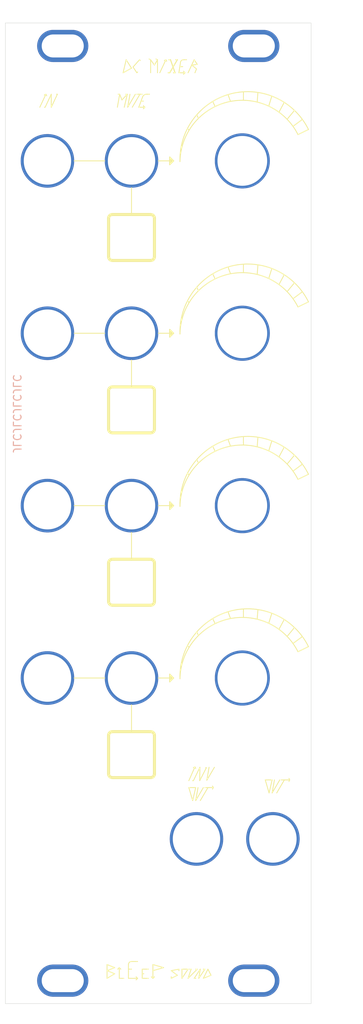
<source format=kicad_pcb>
(kicad_pcb (version 20211014) (generator pcbnew)
  (layers (0 "F.Cu" signal) (31 "B.Cu" signal) (34 "B.Paste" user) (35 "F.Paste" user) (36 "B.SilkS" user "B.Silkscreen") (37 "F.SilkS" user "F.Silkscreen") (38 "B.Mask" user) (39 "F.Mask" user) (44 "Edge.Cuts" user))
  (net 0 "")
  (footprint "Synth:Doepfer Mounting hole" (layer "F.Cu") (at 79.5 147)
    (fp_text reference "H1" hide)
    (fp_text value "MountingHole")
    (pad "1" thru_hole oval locked (at 0 0) (size 6.7 4.2) (drill oval 5.5 3) (layers *.Cu *.Mask))
  )
  (footprint "Synth:Doepfer Mounting hole" (layer "F.Cu") (at 79.5 25)
    (fp_text reference "H4" hide)
    (fp_text value "MountingHole")
    (pad "1" thru_hole oval locked (at 0 0) (size 6.7 4.2) (drill oval 5.5 3) (layers *.Cu *.Mask))
  )
  (footprint "Synth:Doepfer Mounting hole" (layer "F.Cu") (at 104.5 147)
    (fp_text reference "H3" hide)
    (fp_text value "MountingHole")
    (pad "1" thru_hole oval locked (at 0 0) (size 6.7 4.2) (drill oval 5.5 3) (layers *.Cu *.Mask))
  )
  (footprint "Synth:Doepfer Mounting hole" (layer "F.Cu") (at 104.5 25)
    (fp_text reference "H2" hide)
    (fp_text value "MountingHole")
    (pad "1" thru_hole oval locked (at 0 0) (size 6.7 4.2) (drill oval 5.5 3) (layers *.Cu *.Mask))
  )
  (gr_line (start 86.9 145.3) (end 86.9 146.7) (layer "F.SilkS") (width 0.12))
  (gr_line (start 88.1 146.7) (end 89.3 146.7) (layer "F.SilkS") (width 0.12))
  (gr_line (start 85.3 146.7) (end 86.3 146.1) (layer "F.SilkS") (width 0.12))
  (gr_line (start 86.3 146.1) (end 85.3 145.7) (layer "F.SilkS") (width 0.12))
  (gr_line (start 86.9 146.7) (end 87.5 146.7) (layer "F.SilkS") (width 0.12))
  (gr_line (start 88.5 144.5) (end 89.3 144.5) (layer "F.SilkS") (width 0.12))
  (gr_line (start 89.9 146.7) (end 90.7 146.7) (layer "F.SilkS") (width 0.12))
  (gr_line (start 91.3 144.9) (end 92.7 145.3) (layer "F.SilkS") (width 0.12))
  (gr_line (start 88.1 144.9) (end 88.1 146.7) (layer "F.SilkS") (width 0.12))
  (gr_line (start 88.1 145.5) (end 88.5 145.5) (layer "F.SilkS") (width 0.12))
  (gr_line (start 89.9 145.5) (end 89.9 146.7) (layer "F.SilkS") (width 0.12))
  (gr_line (start 91.1 146.5) (end 91.3 146.7) (layer "F.SilkS") (width 0.12))
  (gr_line (start 89.9 145.5) (end 90.7 145.5) (layer "F.SilkS") (width 0.12))
  (gr_line (start 91.3 146.7) (end 91.3 146.5) (layer "F.SilkS") (width 0.12))
  (gr_line (start 91.3 144.9) (end 91.3 146.7) (layer "F.SilkS") (width 0.12))
  (gr_line (start 92.7 145.3) (end 91.3 145.7) (layer "F.SilkS") (width 0.12))
  (gr_line (start 89.9 146.1) (end 90.1 146.1) (layer "F.SilkS") (width 0.12))
  (gr_line (start 85.3 145.7) (end 86.3 145.3) (layer "F.SilkS") (width 0.12))
  (gr_line (start 91.3 146.7) (end 91.5 146.5) (layer "F.SilkS") (width 0.12))
  (gr_line (start 85.3 144.9) (end 85.3 146.7) (layer "F.SilkS") (width 0.12))
  (gr_line (start 86.3 145.3) (end 85.3 144.9) (layer "F.SilkS") (width 0.12))
  (gr_line (start 98.1 145.5) (end 97.9 145.5) (layer "F.SilkS") (width 0.12))
  (gr_line (start 93.7 146.7) (end 93.7 146.5) (layer "F.SilkS") (width 0.12))
  (gr_line (start 95.1 145.5) (end 95.1 146.7) (layer "F.SilkS") (width 0.12))
  (gr_line (start 96.3 145.5) (end 95.9 146.7) (layer "F.SilkS") (width 0.12))
  (gr_line (start 95.9 146.7) (end 97.1 145.5) (layer "F.SilkS") (width 0.12))
  (gr_line (start 98.5 145.5) (end 97.9 146.7) (layer "F.SilkS") (width 0.12))
  (gr_line (start 98.5 145.5) (end 98.9 146.3) (layer "F.SilkS") (width 0.12))
  (gr_line (start 94.7 145.5) (end 94.7 145.7) (layer "F.SilkS") (width 0.12))
  (gr_line (start 86.9 145.3) (end 86.7 145.5) (layer "F.SilkS") (width 0.12))
  (gr_line (start 86.9 145.3) (end 87.1 145.5) (layer "F.SilkS") (width 0.12))
  (gr_line (start 97.5 145.5) (end 97.3 146.7) (layer "F.SilkS") (width 0.12))
  (gr_arc (start 88.1 144.9) (mid 88.217157 144.617157) (end 88.5 144.5) (layer "F.SilkS") (width 0.12))
  (gr_line (start 94.5 146.3) (end 93.7 146.7) (layer "F.SilkS") (width 0.12))
  (gr_line (start 89.3 146.7) (end 89.1 146.5) (layer "F.SilkS") (width 0.12))
  (gr_line (start 89.3 146.7) (end 89.1 146.9) (layer "F.SilkS") (width 0.12))
  (gr_line (start 93.7 145.7) (end 94.5 146.3) (layer "F.SilkS") (width 0.12))
  (gr_line (start 95.9 145.5) (end 95.1 145.5) (layer "F.SilkS") (width 0.12))
  (gr_line (start 97.3 146.7) (end 98.1 145.5) (layer "F.SilkS") (width 0.12))
  (gr_line (start 97.5 145.5) (end 96.7 146.7) (layer "F.SilkS") (width 0.12))
  (gr_line (start 96.3 145.5) (end 96.1 145.5) (layer "F.SilkS") (width 0.12))
  (gr_line (start 96.7 146.7) (end 96.9 146.7) (layer "F.SilkS") (width 0.12))
  (gr_line (start 97.1 145.5) (end 96.9 145.5) (layer "F.SilkS") (width 0.12))
  (gr_line (start 95.1 146.7) (end 95.9 145.5) (layer "F.SilkS") (width 0.12))
  (gr_line (start 97.9 146.7) (end 98.9 146.3) (layer "F.SilkS") (width 0.12))
  (gr_line (start 94.7 145.5) (end 93.7 145.7) (layer "F.SilkS") (width 0.12))
  (gr_line (start 88.5 43.5) (end 88.5 47) (layer "F.SilkS") (width 0.12))
  (gr_line (start 108.1 120.8) (end 108.8 120.8) (layer "F.SilkS") (width 0.12))
  (gr_line (start 106.5 122.5) (end 106 120.8) (layer "F.SilkS") (width 0.12))
  (gr_line (start 106 120.8) (end 106.9 120.8) (layer "F.SilkS") (width 0.12))
  (gr_line (start 107.2 120.8) (end 106.9 122.5) (layer "F.SilkS") (width 0.12))
  (gr_line (start 106.9 122.5) (end 107.9 120.8) (layer "F.SilkS") (width 0.12))
  (gr_line (start 106.9 120.8) (end 106.5 122.5) (layer "F.SilkS") (width 0.12))
  (gr_line (start 108.5 120.8) (end 107.5 122.5) (layer "F.SilkS") (width 0.12))
  (gr_line (start 77.3 31.3) (end 77.1 31.4) (layer "F.SilkS") (width 0.12))
  (gr_line (start 77.2 33) (end 78 31.3) (layer "F.SilkS") (width 0.12))
  (gr_line (start 77.2 33) (end 77.1 33) (layer "F.SilkS") (width 0.12))
  (gr_line (start 78 31.3) (end 78 33) (layer "F.SilkS") (width 0.12))
  (gr_line (start 77.3 31.3) (end 77.4 31.5) (layer "F.SilkS") (width 0.12))
  (gr_line (start 78 33) (end 78.8 31.3) (layer "F.SilkS") (width 0.12))
  (gr_line (start 76.5 33) (end 77.3 31.3) (layer "F.SilkS") (width 0.12))
  (gr_line (start 78.8 31.3) (end 78.7 31.3) (layer "F.SilkS") (width 0.12))
  (gr_line (start 106.455151 32.854115) (end 106.841985 31.599148) (layer "F.SilkS") (width 0.12))
  (gr_arc (start 94.841985 107.599148) (mid 101.181462 99.795826) (end 110.281985 104.069148) (layer "F.SilkS") (width 0.12))
  (gr_line (start 109.2 120.8) (end 109.1 121) (layer "F.SilkS") (width 0.12))
  (gr_line (start 103.141985 99.599148) (end 103.141985 98.499148) (layer "F.SilkS") (width 0.12))
  (gr_line (start 95.841985 103.299148) (end 96.041985 103.499148) (layer "F.SilkS") (width 0.12))
  (gr_line (start 96.9 121.8) (end 96.5 123.5) (layer "F.SilkS") (width 0.12))
  (gr_line (start 81 107.5) (end 85 107.5) (layer "F.SilkS") (width 0.12))
  (gr_arc (start 94.841985 85.099148) (mid 101.181462 77.295826) (end 110.281985 81.569148) (layer "F.SilkS") (width 0.12))
  (gr_line (start 103.141985 32.099148) (end 103.141985 30.999148) (layer "F.SilkS") (width 0.12))
  (gr_line (start 106.455151 77.854115) (end 106.841985 76.599148) (layer "F.SilkS") (width 0.12))
  (gr_line (start 104.941985 54.799148) (end 105.041985 53.599148) (layer "F.SilkS") (width 0.12))
  (gr_line (start 98.3 119.2) (end 97.425 120.9) (layer "F.SilkS") (width 0.12))
  (gr_line (start 104.941985 99.799148) (end 105.041985 98.599148) (layer "F.SilkS") (width 0.12))
  (gr_line (start 85.5 47.5) (end 85.5 52.5) (layer "F.SilkS") (width 0.4))
  (gr_line (start 96.5 123.5) (end 96 121.8) (layer "F.SilkS") (width 0.12))
  (gr_line (start 88 33) (end 89 31.3) (layer "F.SilkS") (width 0.12))
  (gr_line (start 110.281985 104.069148) (end 111.655151 103.404115) (layer "F.SilkS") (width 0.12))
  (gr_arc (start 94.841985 40.099148) (mid 101.55885 31.229455) (end 111.655151 35.904115) (layer "F.SilkS") (width 0.12))
  (gr_line (start 96.7 26.8) (end 95.9 28.5) (layer "F.SilkS") (width 0.12))
  (gr_arc (start 91 47) (mid 91.353553 47.146447) (end 91.5 47.5) (layer "F.SilkS") (width 0.4))
  (gr_line (start 87.95 31.3) (end 87.25 32.05) (layer "F.SilkS") (width 0.12))
  (gr_line (start 97.1 27.4) (end 96.4 27.5) (layer "F.SilkS") (width 0.12))
  (gr_line (start 104.941985 77.299148) (end 105.041985 76.099148) (layer "F.SilkS") (width 0.12))
  (gr_line (start 96 121.8) (end 96.9 121.8) (layer "F.SilkS") (width 0.12))
  (gr_arc (start 91 92) (mid 91.353553 92.146447) (end 91.5 92.5) (layer "F.SilkS") (width 0.4))
  (gr_line (start 85.5 70) (end 85.5 75) (layer "F.SilkS") (width 0.4))
  (gr_poly (pts (xy 94 62.5) (xy 93.5 63) (xy 93.5 62)) (layer "F.SilkS") (width 0.15) (fill solid))
  (gr_line (start 91.5 47.5) (end 91.5 52.5) (layer "F.SilkS") (width 0.4))
  (gr_line (start 99.441985 55.399148) (end 99.141985 54.799148) (layer "F.SilkS") (width 0.12))
  (gr_line (start 89.55 26.8) (end 88.7 27.75) (layer "F.SilkS") (width 0.12))
  (gr_line (start 93 26.8) (end 93.1 27) (layer "F.SilkS") (width 0.12))
  (gr_arc (start 85.5 115) (mid 85.646447 114.646447) (end 86 114.5) (layer "F.SilkS") (width 0.4))
  (gr_line (start 98.8 121.8) (end 99.2 121.8) (layer "F.SilkS") (width 0.12))
  (gr_line (start 86 69.5) (end 91 69.5) (layer "F.SilkS") (width 0.4))
  (gr_line (start 87.95 31.3) (end 87.55 33) (layer "F.SilkS") (width 0.12))
  (gr_line (start 88.5 88.5) (end 88.5 92) (layer "F.SilkS") (width 0.12))
  (gr_line (start 86 114.5) (end 91 114.5) (layer "F.SilkS") (width 0.4))
  (gr_line (start 93 26.8) (end 92.8 26.9) (layer "F.SilkS") (width 0.12))
  (gr_line (start 94 107.5) (end 92 107.5) (layer "F.SilkS") (width 0.12))
  (gr_line (start 87.8 26.8) (end 87.4 28.5) (layer "F.SilkS") (width 0.12))
  (gr_line (start 87.95 31.3) (end 87.75 31.3) (layer "F.SilkS") (width 0.12))
  (gr_arc (start 86 53) (mid 85.646447 52.853553) (end 85.5 52.5) (layer "F.SilkS") (width 0.4))
  (gr_line (start 108.865151 79.564115) (end 109.805151 78.434115) (layer "F.SilkS") (width 0.12))
  (gr_line (start 91.5 70) (end 91.5 75) (layer "F.SilkS") (width 0.4))
  (gr_line (start 89.55 26.8) (end 89.65 26.9) (layer "F.SilkS") (width 0.12))
  (gr_line (start 91 26.8) (end 91 28.5) (layer "F.SilkS") (width 0.12))
  (gr_line (start 101.441985 54.699148) (end 101.141985 53.899148) (layer "F.SilkS") (width 0.12))
  (gr_arc (start 94.841985 40.099148) (mid 101.181462 32.295826) (end 110.281985 36.569148) (layer "F.SilkS") (width 0.12))
  (gr_line (start 103.141985 54.599148) (end 103.141985 53.499148) (layer "F.SilkS") (width 0.12))
  (gr_line (start 92.2 28.5) (end 93 26.8) (layer "F.SilkS") (width 0.12))
  (gr_line (start 87.25 32.05) (end 86.95 31.3) (layer "F.SilkS") (width 0.12))
  (gr_line (start 108.865151 57.064115) (end 109.805151 55.934115) (layer "F.SilkS") (width 0.12))
  (gr_line (start 91 98) (end 86 98) (layer "F.SilkS") (width 0.4))
  (gr_line (start 99.441985 100.399148) (end 99.141985 99.799148) (layer "F.SilkS") (width 0.12))
  (gr_line (start 107.791985 56.149148) (end 108.475151 54.874115) (layer "F.SilkS") (width 0.12))
  (gr_line (start 89.75 32.2) (end 90.05 32.2) (layer "F.SilkS") (width 0.12))
  (gr_line (start 90.25 33) (end 90.05 32.8) (layer "F.SilkS") (width 0.12))
  (gr_line (start 81 40) (end 85 40) (layer "F.SilkS") (width 0.12))
  (gr_arc (start 85.5 70) (mid 85.646447 69.646447) (end 86 69.5) (layer "F.SilkS") (width 0.4))
  (gr_line (start 96.8 119.1) (end 96.6 119.2) (layer "F.SilkS") (width 0.12))
  (gr_line (start 101.441985 32.199148) (end 101.141985 31.399148) (layer "F.SilkS") (width 0.12))
  (gr_line (start 90.25 33) (end 90.05 33.2) (layer "F.SilkS") (width 0.12))
  (gr_line (start 90.45 31.3) (end 90.85 31.3) (layer "F.SilkS") (width 0.12))
  (gr_line (start 110.281985 36.569148) (end 111.655151 35.904115) (layer "F.SilkS") (width 0.12))
  (gr_line (start 101.441985 99.699148) (end 101.141985 98.899148) (layer "F.SilkS") (width 0.12))
  (gr_line (start 86 92) (end 91 92) (layer "F.SilkS") (width 0.4))
  (gr_line (start 91.5 27.5) (end 91 26.8) (layer "F.SilkS") (width 0.12))
  (gr_line (start 98.5 121.8) (end 97.5 123.5) (layer "F.SilkS") (width 0.12))
  (gr_line (start 97.041985 101.499148) (end 97.241985 101.899148) (layer "F.SilkS") (width 0.12))
  (gr_poly (pts (xy 94 40) (xy 93.5 40.5) (xy 93.5 39.5)) (layer "F.SilkS") (width 0.15) (fill solid))
  (gr_line (start 109.2 120.8) (end 109.1 120.6) (layer "F.SilkS") (width 0.12))
  (gr_line (start 99.2 121.8) (end 99.1 122) (layer "F.SilkS") (width 0.12))
  (gr_line (start 91 120.5) (end 86 120.5) (layer "F.SilkS") (width 0.4))
  (gr_arc (start 94.841985 107.599148) (mid 101.55885 98.729455) (end 111.655151 103.404115) (layer "F.SilkS") (width 0.12))
  (gr_line (start 107.791985 78.649148) (end 108.475151 77.374115) (layer "F.SilkS") (width 0.12))
  (gr_line (start 85.5 115) (end 85.5 120) (layer "F.SilkS") (width 0.4))
  (gr_line (start 94 40) (end 92 40) (layer "F.SilkS") (width 0.12))
  (gr_arc (start 91.5 97.5) (mid 91.353553 97.853553) (end 91 98) (layer "F.SilkS") (width 0.4))
  (gr_arc (start 85.5 92.5) (mid 85.646447 92.146447) (end 86 92) (layer "F.SilkS") (width 0.4))
  (gr_line (start 99.2 121.8) (end 99.1 121.6) (layer "F.SilkS") (width 0.12))
  (gr_line (start 97.45 119.15) (end 97.425 120.9) (layer "F.SilkS") (width 0.12))
  (gr_arc (start 86 75.5) (mid 85.646447 75.353553) (end 85.5 75) (layer "F.SilkS") (width 0.4))
  (gr_line (start 97.45 119.15) (end 96.6 120.9) (layer "F.SilkS") (width 0.12))
  (gr_line (start 107.791985 101.149148) (end 108.475151 99.874115) (layer "F.SilkS") (width 0.12))
  (gr_line (start 94.5 26.8) (end 94.3 26.8) (layer "F.SilkS") (width 0.15))
  (gr_line (start 89.95 31.65) (end 89.45 33) (layer "F.SilkS") (width 0.12))
  (gr_line (start 88.3 31.3) (end 88 33) (layer "F.SilkS") (width 0.12))
  (gr_arc (start 91.5 120) (mid 91.353553 120.353553) (end 91 120.5) (layer "F.SilkS") (width 0.4))
  (gr_line (start 86.95 31.3) (end 86.65 33) (layer "F.SilkS") (width 0.12))
  (gr_arc (start 86 98) (mid 85.646447 97.853553) (end 85.5 97.5) (layer "F.SilkS") (width 0.4))
  (gr_line (start 96.6 120.9) (end 96.5 120.9) (layer "F.SilkS") (width 0.12))
  (gr_line (start 93.6 26.8) (end 94.2 28.5) (layer "F.SilkS") (width 0.15))
  (gr_arc (start 89.95 31.65) (mid 90.147762 31.400375) (end 90.45 31.3) (layer "F.SilkS") (width 0.12))
  (gr_line (start 97.041985 56.499148) (end 97.241985 56.899148) (layer "F.SilkS") (width 0.12))
  (gr_line (start 81 85) (end 85 85) (layer "F.SilkS") (width 0.12))
  (gr_line (start 106.455151 100.354115) (end 106.841985 99.099148) (layer "F.SilkS") (width 0.12))
  (gr_poly (pts (xy 94 85) (xy 93.5 85.5) (xy 93.5 84.5)) (layer "F.SilkS") (width 0.15) (fill solid))
  (gr_arc (start 94.841985 85.099148) (mid 101.55885 76.229455) (end 111.655151 80.904115) (layer "F.SilkS") (width 0.12))
  (gr_line (start 94.9 27.2) (end 94.7 28.5) (layer "F.SilkS") (width 0.12))
  (gr_line (start 107.791985 33.649148) (end 108.475151 32.374115) (layer "F.SilkS") (width 0.12))
  (gr_line (start 96 120.9) (end 96.8 119.1) (layer "F.SilkS") (width 0.12))
  (gr_arc (start 85.5 47.5) (mid 85.646447 47.146447) (end 86 47) (layer "F.SilkS") (width 0.4))
  (gr_line (start 97.041985 78.999148) (end 97.241985 79.399148) (layer "F.SilkS") (width 0.12))
  (gr_line (start 108.865151 102.064115) (end 109.805151 100.934115) (layer "F.SilkS") (width 0.12))
  (gr_arc (start 86 120.5) (mid 85.646447 120.353553) (end 85.5 120) (layer "F.SilkS") (width 0.4))
  (gr_line (start 98.1 121.8) (end 98.8 121.8) (layer "F.SilkS") (width 0.12))
  (gr_line (start 89.2 31.3) (end 89.9 31.3) (layer "F.SilkS") (width 0.12))
  (gr_arc (start 91 69.5) (mid 91.353553 69.646447) (end 91.5 70) (layer "F.SilkS") (width 0.4))
  (gr_line (start 96.4 27.5) (end 97 28) (layer "F.SilkS") (width 0.12))
  (gr_line (start 89.2 28.5) (end 89.3 28.4) (layer "F.SilkS") (width 0.12))
  (gr_line (start 94.9 27.7) (end 95.2 27.7) (layer "F.SilkS") (width 0.12))
  (gr_line (start 109.625151 35.494115) (end 110.841985 34.599148) (layer "F.SilkS") (width 0.12))
  (gr_line (start 96.9 123.5) (end 97.9 121.8) (layer "F.SilkS") (width 0.12))
  (gr_line (start 106.455151 55.354115) (end 106.841985 54.099148) (layer "F.SilkS") (width 0.12))
  (gr_line (start 101.441985 77.199148) (end 101.141985 76.399148) (layer "F.SilkS") (width 0.12))
  (gr_line (start 95.841985 58.299148) (end 96.041985 58.499148) (layer "F.SilkS") (width 0.12))
  (gr_line (start 94 85) (end 92 85) (layer "F.SilkS") (width 0.12))
  (gr_line (start 85.5 92.5) (end 85.5 97.5) (layer "F.SilkS") (width 0.4))
  (gr_arc (start 94.9 27.2) (mid 95.017157 26.917157) (end 95.3 26.8) (layer "F.SilkS") (width 0.12))
  (gr_line (start 88.5 66) (end 88.5 69.5) (layer "F.SilkS") (width 0.12))
  (gr_line (start 94 62.5) (end 92 62.5) (layer "F.SilkS") (width 0.12))
  (gr_line (start 91.9 26.8) (end 91.5 27.5) (layer "F.SilkS") (width 0.12))
  (gr_line (start 91 26.8) (end 90.8 26.7) (layer "F.SilkS") (width 0.12))
  (gr_line (start 81 62.5) (end 85 62.5) (layer "F.SilkS") (width 0.12))
  (gr_line (start 93.6 26.8) (end 93.4 26.8) (layer "F.SilkS") (width 0.15))
  (gr_line (start 104.941985 32.299148) (end 105.041985 31.099148) (layer "F.SilkS") (width 0.12))
  (gr_line (start 95.3 26.8) (end 95.7 26.8) (layer "F.SilkS") (width 0.12))
  (gr_poly (pts (xy 94 107.5) (xy 93.5 108) (xy 93.5 107)) (layer "F.SilkS") (width 0.15) (fill solid))
  (gr_line (start 109.625151 80.494115) (end 110.841985 79.599148) (layer "F.SilkS") (width 0.12))
  (gr_line (start 108.8 120.8) (end 109.2 120.8) (layer "F.SilkS") (width 0.12))
  (gr_line (start 99.441985 77.899148) (end 99.141985 77.299148) (layer "F.SilkS") (width 0.12))
  (gr_line (start 98.65 119.15) (end 98.35 120.85) (layer "F.SilkS") (width 0.12))
  (gr_arc (start 94.841985 62.599148) (mid 101.181462 54.795826) (end 110.281985 59.069148) (layer "F.SilkS") (width 0.12))
  (gr_line (start 91 75.5) (end 86 75.5) (layer "F.SilkS") (width 0.4))
  (gr_line (start 95.5 28.5) (end 95.3 28.7) (layer "F.SilkS") (width 0.12))
  (gr_line (start 91.9 26.8) (end 91.9 28.5) (layer "F.SilkS") (width 0.12))
  (gr_line (start 110.281985 59.069148) (end 111.655151 58.404115) (layer "F.SilkS") (width 0.12))
  (gr_line (start 86 47) (end 91 47) (layer "F.SilkS") (width 0.4))
  (gr_line (start 108.865151 34.564115) (end 109.805151 33.434115) (layer "F.SilkS") (width 0.12))
  (gr_line (start 91.5 115) (end 91.5 120) (layer "F.SilkS") (width 0.4))
  (gr_line (start 86.95 31.3) (end 86.75 31.3) (layer "F.SilkS") (width 0.12))
  (gr_line (start 94.2 28.5) (end 94 28.5) (layer "F.SilkS") (width 0.15))
  (gr_arc (start 91 114.5) (mid 91.353553 114.646447) (end 91.5 115) (layer "F.SilkS") (width 0.4))
  (gr_arc (start 91.5 75) (mid 91.353553 75.353553) (end 91 75.5) (layer "F.SilkS") (width 0.4))
  (gr_line (start 98.35 120.85) (end 99.35 119.15) (layer "F.SilkS") (width 0.12))
  (gr_line (start 109.625151 57.994115) (end 110.841985 57.099148) (layer "F.SilkS") (width 0.12))
  (gr_line (start 93.5 28.5) (end 94.5 26.8) (layer "F.SilkS") (width 0.15))
  (gr_line (start 88.5 27.9) (end 87.8 26.8) (layer "F.SilkS") (width 0.12))
  (gr_line (start 97.2 121.8) (end 96.9 123.5) (layer "F.SilkS") (width 0.12))
  (gr_arc (start 91.5 52.5) (mid 91.353553 52.853553) (end 91 53) (layer "F.SilkS") (width 0.4))
  (gr_line (start 109.625151 102.994115) (end 110.841985 102.099148) (layer "F.SilkS") (width 0.12))
  (gr_line (start 94.7 28.5) (end 95.4 28.5) (layer "F.SilkS") (width 0.12))
  (gr_line (start 88.7 27.75) (end 89.2 28.5) (layer "F.SilkS") (width 0.12))
  (gr_arc (start 94.841985 62.599148) (mid 101.55885 53.729455) (end 111.655151 58.404115) (layer "F.SilkS") (width 0.12))
  (gr_line (start 97 28) (end 96.8 28.5) (layer "F.SilkS") (width 0.12))
  (gr_line (start 87.4 28.5) (end 88.5 27.9) (layer "F.SilkS") (width 0.12))
  (gr_line (start 96.7 26.8) (end 97.1 27.4) (layer "F.SilkS") (width 0.12))
  (gr_line (start 98.3 119.2) (end 98.2 119.2) (layer "F.SilkS") (width 0.12))
  (gr_line (start 95.841985 35.799148) (end 96.041985 35.999148) (layer "F.SilkS") (width 0.12))
  (gr_line (start 95.841985 80.799148) (end 96.041985 80.999148) (layer "F.SilkS") (width 0.12))
  (gr_line (start 110.281985 81.569148) (end 111.655151 80.904115) (layer "F.SilkS") (width 0.12))
  (gr_line (start 88.5 111) (end 88.5 114.5) (layer "F.SilkS") (width 0.12))
  (gr_line (start 89.45 33) (end 90.15 33) (layer "F.SilkS") (width 0.12))
  (gr_line (start 97.041985 33.999148) (end 97.241985 34.399148) (layer "F.SilkS") (width 0.12))
  (gr_line (start 91.5 92.5) (end 91.5 97.5) (layer "F.SilkS") (width 0.4))
  (gr_line (start 91 53) (end 86 53) (layer "F.SilkS") (width 0.4))
  (gr_line (start 96.8 119.1) (end 96.9 119.3) (layer "F.SilkS") (width 0.12))
  (gr_line (start 95.5 28.5) (end 95.3 28.3) (layer "F.SilkS") (width 0.12))
  (gr_line (start 93.5 28.5) (end 93.3 28.5) (layer "F.SilkS") (width 0.15))
  (gr_line (start 99.441985 32.899148) (end 99.141985 32.299148) (layer "F.SilkS") (width 0.12))
  (gr_line (start 89.6 31.3) (end 88.6 33) (layer "F.SilkS") (width 0.12))
  (gr_line (start 103.141985 77.099148) (end 103.141985 75.999148) (layer "F.SilkS") (width 0.12))
  (gr_line (start 91.9 26.8) (end 91.7 26.7) (layer "F.SilkS") (width 0.12))
  (gr_line (start 72 22) (end 72 150) (layer "Edge.Cuts") (width 0.05))
  (gr_line (start 72 22) (end 112 22) (layer "Edge.Cuts") (width 0.05))
  (gr_line (start 112 22) (end 112 150) (layer "Edge.Cuts") (width 0.05))
  (gr_line (start 112 150) (end 72 150) (layer "Edge.Cuts") (width 0.05))
  (gr_text "JLCJLCJLCJLC\n" (at 73.5 73 -90) (layer "B.SilkS") (effects (font (size 1 1)) (justify mirror)))
  (via (at 107 128.5) (size 7) (drill 6.2) (layers "F.Cu" "B.Cu") (net 0))
  (via (at 103 107.5) (size 7.2) (drill 6.5) (layers "F.Cu" "B.Cu") (net 0))
  (via (at 77.5 62.5) (size 7) (drill 6.2) (layers "F.Cu" "B.Cu") (net 0))
  (via (at 97 128.5) (size 7) (drill 6.2) (layers "F.Cu" "B.Cu") (net 0))
  (via (at 103 85) (size 7.2) (drill 6.5) (layers "F.Cu" "B.Cu") (net 0))
  (via (at 77.5 107.5) (size 7) (drill 6.2) (layers "F.Cu" "B.Cu") (net 0))
  (via (at 77.5 85) (size 7) (drill 6.2) (layers "F.Cu" "B.Cu") (net 0))
  (via (at 88.5 107.5) (size 7) (drill 6.2) (layers "F.Cu" "B.Cu") (net 0))
  (via (at 88.5 62.5) (size 7) (drill 6.2) (layers "F.Cu" "B.Cu") (net 0))
  (via (at 103 40) (size 7.2) (drill 6.5) (layers "F.Cu" "B.Cu") (net 0))
  (via (at 88.5 40) (size 7) (drill 6.2) (layers "F.Cu" "B.Cu") (net 0))
  (via (at 77.5 40) (size 7) (drill 6.2) (layers "F.Cu" "B.Cu") (net 0))
  (via (at 103 62.5) (size 7.2) (drill 6.5) (layers "F.Cu" "B.Cu") (net 0))
  (via (at 88.5 85) (size 7) (drill 6.2) (layers "F.Cu" "B.Cu") (net 0))
)
</source>
